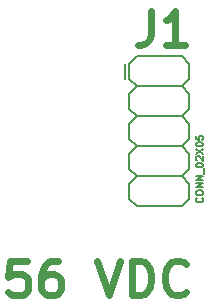
<source format=gbr>
G04 #@! TF.FileFunction,Legend,Top*
%FSLAX46Y46*%
G04 Gerber Fmt 4.6, Leading zero omitted, Abs format (unit mm)*
G04 Created by KiCad (PCBNEW 4.0.6) date 02/07/20 07:55:15*
%MOMM*%
%LPD*%
G01*
G04 APERTURE LIST*
%ADD10C,0.100000*%
%ADD11C,0.584200*%
%ADD12C,0.152400*%
%ADD13C,0.203200*%
%ADD14C,0.127000*%
G04 APERTURE END LIST*
D10*
D11*
X106490105Y-90831005D02*
X105099152Y-90831005D01*
X104960057Y-92221957D01*
X105099152Y-92082862D01*
X105377343Y-91943767D01*
X106072819Y-91943767D01*
X106351009Y-92082862D01*
X106490105Y-92221957D01*
X106629200Y-92500148D01*
X106629200Y-93195624D01*
X106490105Y-93473814D01*
X106351009Y-93612910D01*
X106072819Y-93752005D01*
X105377343Y-93752005D01*
X105099152Y-93612910D01*
X104960057Y-93473814D01*
X109132914Y-90831005D02*
X108576533Y-90831005D01*
X108298343Y-90970100D01*
X108159248Y-91109195D01*
X107881057Y-91526481D01*
X107741962Y-92082862D01*
X107741962Y-93195624D01*
X107881057Y-93473814D01*
X108020152Y-93612910D01*
X108298343Y-93752005D01*
X108854724Y-93752005D01*
X109132914Y-93612910D01*
X109272010Y-93473814D01*
X109411105Y-93195624D01*
X109411105Y-92500148D01*
X109272010Y-92221957D01*
X109132914Y-92082862D01*
X108854724Y-91943767D01*
X108298343Y-91943767D01*
X108020152Y-92082862D01*
X107881057Y-92221957D01*
X107741962Y-92500148D01*
X112471200Y-90831005D02*
X113444867Y-93752005D01*
X114418534Y-90831005D01*
X115392200Y-93752005D02*
X115392200Y-90831005D01*
X116087676Y-90831005D01*
X116504962Y-90970100D01*
X116783153Y-91248290D01*
X116922248Y-91526481D01*
X117061343Y-92082862D01*
X117061343Y-92500148D01*
X116922248Y-93056529D01*
X116783153Y-93334719D01*
X116504962Y-93612910D01*
X116087676Y-93752005D01*
X115392200Y-93752005D01*
X119982343Y-93473814D02*
X119843248Y-93612910D01*
X119425962Y-93752005D01*
X119147772Y-93752005D01*
X118730486Y-93612910D01*
X118452295Y-93334719D01*
X118313200Y-93056529D01*
X118174105Y-92500148D01*
X118174105Y-92082862D01*
X118313200Y-91526481D01*
X118452295Y-91248290D01*
X118730486Y-90970100D01*
X119147772Y-90831005D01*
X119425962Y-90831005D01*
X119843248Y-90970100D01*
X119982343Y-91109195D01*
D12*
X115824000Y-73533000D02*
X115189000Y-74168000D01*
X115189000Y-75438000D02*
X115824000Y-76073000D01*
X115824000Y-76073000D02*
X115189000Y-76708000D01*
X115189000Y-77978000D02*
X115824000Y-78613000D01*
X115824000Y-78613000D02*
X115189000Y-79248000D01*
X115189000Y-80518000D02*
X115824000Y-81153000D01*
X115824000Y-81153000D02*
X115189000Y-81788000D01*
X115189000Y-83058000D02*
X115824000Y-83693000D01*
X115824000Y-73533000D02*
X119634000Y-73533000D01*
X119634000Y-73533000D02*
X120269000Y-74168000D01*
X120269000Y-74168000D02*
X120269000Y-75438000D01*
X120269000Y-75438000D02*
X119634000Y-76073000D01*
X119634000Y-76073000D02*
X120269000Y-76708000D01*
X120269000Y-76708000D02*
X120269000Y-77978000D01*
X120269000Y-77978000D02*
X119634000Y-78613000D01*
X119634000Y-78613000D02*
X120269000Y-79248000D01*
X120269000Y-79248000D02*
X120269000Y-80518000D01*
X120269000Y-80518000D02*
X119634000Y-81153000D01*
X119634000Y-81153000D02*
X120269000Y-81788000D01*
X120269000Y-81788000D02*
X120269000Y-83058000D01*
X120269000Y-83058000D02*
X119634000Y-83693000D01*
X119634000Y-76073000D02*
X115824000Y-76073000D01*
X119634000Y-78613000D02*
X115824000Y-78613000D01*
X119634000Y-81153000D02*
X115824000Y-81153000D01*
X119634000Y-83693000D02*
X115824000Y-83693000D01*
X115189000Y-81788000D02*
X115189000Y-83058000D01*
X115189000Y-79248000D02*
X115189000Y-80518000D01*
X115189000Y-76708000D02*
X115189000Y-77978000D01*
X115189000Y-74168000D02*
X115189000Y-75438000D01*
X115824000Y-83693000D02*
X115189000Y-84328000D01*
X115189000Y-85598000D02*
X115824000Y-86233000D01*
X119634000Y-83693000D02*
X120269000Y-84328000D01*
X120269000Y-84328000D02*
X120269000Y-85598000D01*
X120269000Y-85598000D02*
X119634000Y-86233000D01*
X119634000Y-86233000D02*
X115824000Y-86233000D01*
X115189000Y-84328000D02*
X115189000Y-85598000D01*
D13*
X114808000Y-74168000D02*
X114808000Y-75438000D01*
X114808000Y-74168000D02*
X114808000Y-75438000D01*
D11*
X117009334Y-69647405D02*
X117009334Y-71733833D01*
X116870238Y-72151119D01*
X116592048Y-72429310D01*
X116174762Y-72568405D01*
X115896572Y-72568405D01*
X119930334Y-72568405D02*
X118261191Y-72568405D01*
X119095762Y-72568405D02*
X119095762Y-69647405D01*
X118817572Y-70064690D01*
X118539381Y-70342881D01*
X118261191Y-70481976D01*
D14*
X121375714Y-85510913D02*
X121404743Y-85539942D01*
X121433771Y-85627028D01*
X121433771Y-85685085D01*
X121404743Y-85772170D01*
X121346686Y-85830228D01*
X121288629Y-85859256D01*
X121172514Y-85888285D01*
X121085429Y-85888285D01*
X120969314Y-85859256D01*
X120911257Y-85830228D01*
X120853200Y-85772170D01*
X120824171Y-85685085D01*
X120824171Y-85627028D01*
X120853200Y-85539942D01*
X120882229Y-85510913D01*
X120824171Y-85133542D02*
X120824171Y-85017428D01*
X120853200Y-84959370D01*
X120911257Y-84901313D01*
X121027371Y-84872285D01*
X121230571Y-84872285D01*
X121346686Y-84901313D01*
X121404743Y-84959370D01*
X121433771Y-85017428D01*
X121433771Y-85133542D01*
X121404743Y-85191599D01*
X121346686Y-85249656D01*
X121230571Y-85278685D01*
X121027371Y-85278685D01*
X120911257Y-85249656D01*
X120853200Y-85191599D01*
X120824171Y-85133542D01*
X121433771Y-84611027D02*
X120824171Y-84611027D01*
X121433771Y-84262684D01*
X120824171Y-84262684D01*
X121433771Y-83972398D02*
X120824171Y-83972398D01*
X121433771Y-83624055D01*
X120824171Y-83624055D01*
X121491829Y-83478912D02*
X121491829Y-83014455D01*
X120824171Y-82753198D02*
X120824171Y-82695141D01*
X120853200Y-82637084D01*
X120882229Y-82608055D01*
X120940286Y-82579026D01*
X121056400Y-82549998D01*
X121201543Y-82549998D01*
X121317657Y-82579026D01*
X121375714Y-82608055D01*
X121404743Y-82637084D01*
X121433771Y-82695141D01*
X121433771Y-82753198D01*
X121404743Y-82811255D01*
X121375714Y-82840284D01*
X121317657Y-82869312D01*
X121201543Y-82898341D01*
X121056400Y-82898341D01*
X120940286Y-82869312D01*
X120882229Y-82840284D01*
X120853200Y-82811255D01*
X120824171Y-82753198D01*
X120882229Y-82317770D02*
X120853200Y-82288741D01*
X120824171Y-82230684D01*
X120824171Y-82085541D01*
X120853200Y-82027484D01*
X120882229Y-81998455D01*
X120940286Y-81969427D01*
X120998343Y-81969427D01*
X121085429Y-81998455D01*
X121433771Y-82346798D01*
X121433771Y-81969427D01*
X120824171Y-81766227D02*
X121433771Y-81359827D01*
X120824171Y-81359827D02*
X121433771Y-81766227D01*
X120824171Y-81011485D02*
X120824171Y-80953428D01*
X120853200Y-80895371D01*
X120882229Y-80866342D01*
X120940286Y-80837313D01*
X121056400Y-80808285D01*
X121201543Y-80808285D01*
X121317657Y-80837313D01*
X121375714Y-80866342D01*
X121404743Y-80895371D01*
X121433771Y-80953428D01*
X121433771Y-81011485D01*
X121404743Y-81069542D01*
X121375714Y-81098571D01*
X121317657Y-81127599D01*
X121201543Y-81156628D01*
X121056400Y-81156628D01*
X120940286Y-81127599D01*
X120882229Y-81098571D01*
X120853200Y-81069542D01*
X120824171Y-81011485D01*
X120824171Y-80256742D02*
X120824171Y-80547028D01*
X121114457Y-80576057D01*
X121085429Y-80547028D01*
X121056400Y-80488971D01*
X121056400Y-80343828D01*
X121085429Y-80285771D01*
X121114457Y-80256742D01*
X121172514Y-80227714D01*
X121317657Y-80227714D01*
X121375714Y-80256742D01*
X121404743Y-80285771D01*
X121433771Y-80343828D01*
X121433771Y-80488971D01*
X121404743Y-80547028D01*
X121375714Y-80576057D01*
M02*

</source>
